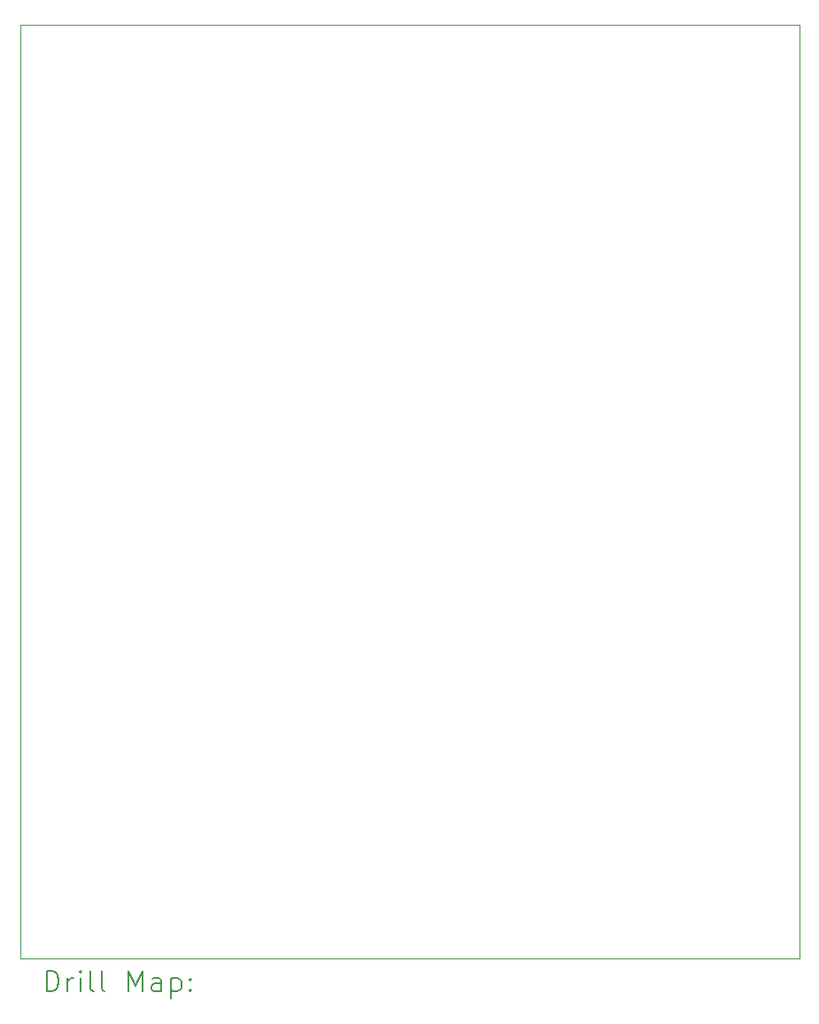
<source format=gbr>
%TF.GenerationSoftware,KiCad,Pcbnew,7.0.8*%
%TF.CreationDate,2023-11-08T10:16:31+01:00*%
%TF.ProjectId,MicroKI,4d696372-6f4b-4492-9e6b-696361645f70,rev?*%
%TF.SameCoordinates,Original*%
%TF.FileFunction,Drillmap*%
%TF.FilePolarity,Positive*%
%FSLAX45Y45*%
G04 Gerber Fmt 4.5, Leading zero omitted, Abs format (unit mm)*
G04 Created by KiCad (PCBNEW 7.0.8) date 2023-11-08 10:16:31*
%MOMM*%
%LPD*%
G01*
G04 APERTURE LIST*
%ADD10C,0.100000*%
%ADD11C,0.200000*%
G04 APERTURE END LIST*
D10*
X7322500Y-5067500D02*
X14775000Y-5067500D01*
X14775000Y-13992500D01*
X7322500Y-13992500D01*
X7322500Y-5067500D01*
D11*
X7578277Y-14308984D02*
X7578277Y-14108984D01*
X7578277Y-14108984D02*
X7625896Y-14108984D01*
X7625896Y-14108984D02*
X7654467Y-14118508D01*
X7654467Y-14118508D02*
X7673515Y-14137555D01*
X7673515Y-14137555D02*
X7683039Y-14156603D01*
X7683039Y-14156603D02*
X7692562Y-14194698D01*
X7692562Y-14194698D02*
X7692562Y-14223269D01*
X7692562Y-14223269D02*
X7683039Y-14261365D01*
X7683039Y-14261365D02*
X7673515Y-14280412D01*
X7673515Y-14280412D02*
X7654467Y-14299460D01*
X7654467Y-14299460D02*
X7625896Y-14308984D01*
X7625896Y-14308984D02*
X7578277Y-14308984D01*
X7778277Y-14308984D02*
X7778277Y-14175650D01*
X7778277Y-14213746D02*
X7787801Y-14194698D01*
X7787801Y-14194698D02*
X7797324Y-14185174D01*
X7797324Y-14185174D02*
X7816372Y-14175650D01*
X7816372Y-14175650D02*
X7835420Y-14175650D01*
X7902086Y-14308984D02*
X7902086Y-14175650D01*
X7902086Y-14108984D02*
X7892562Y-14118508D01*
X7892562Y-14118508D02*
X7902086Y-14128031D01*
X7902086Y-14128031D02*
X7911610Y-14118508D01*
X7911610Y-14118508D02*
X7902086Y-14108984D01*
X7902086Y-14108984D02*
X7902086Y-14128031D01*
X8025896Y-14308984D02*
X8006848Y-14299460D01*
X8006848Y-14299460D02*
X7997324Y-14280412D01*
X7997324Y-14280412D02*
X7997324Y-14108984D01*
X8130658Y-14308984D02*
X8111610Y-14299460D01*
X8111610Y-14299460D02*
X8102086Y-14280412D01*
X8102086Y-14280412D02*
X8102086Y-14108984D01*
X8359229Y-14308984D02*
X8359229Y-14108984D01*
X8359229Y-14108984D02*
X8425896Y-14251841D01*
X8425896Y-14251841D02*
X8492563Y-14108984D01*
X8492563Y-14108984D02*
X8492563Y-14308984D01*
X8673515Y-14308984D02*
X8673515Y-14204222D01*
X8673515Y-14204222D02*
X8663991Y-14185174D01*
X8663991Y-14185174D02*
X8644944Y-14175650D01*
X8644944Y-14175650D02*
X8606848Y-14175650D01*
X8606848Y-14175650D02*
X8587801Y-14185174D01*
X8673515Y-14299460D02*
X8654467Y-14308984D01*
X8654467Y-14308984D02*
X8606848Y-14308984D01*
X8606848Y-14308984D02*
X8587801Y-14299460D01*
X8587801Y-14299460D02*
X8578277Y-14280412D01*
X8578277Y-14280412D02*
X8578277Y-14261365D01*
X8578277Y-14261365D02*
X8587801Y-14242317D01*
X8587801Y-14242317D02*
X8606848Y-14232793D01*
X8606848Y-14232793D02*
X8654467Y-14232793D01*
X8654467Y-14232793D02*
X8673515Y-14223269D01*
X8768753Y-14175650D02*
X8768753Y-14375650D01*
X8768753Y-14185174D02*
X8787801Y-14175650D01*
X8787801Y-14175650D02*
X8825896Y-14175650D01*
X8825896Y-14175650D02*
X8844944Y-14185174D01*
X8844944Y-14185174D02*
X8854467Y-14194698D01*
X8854467Y-14194698D02*
X8863991Y-14213746D01*
X8863991Y-14213746D02*
X8863991Y-14270888D01*
X8863991Y-14270888D02*
X8854467Y-14289936D01*
X8854467Y-14289936D02*
X8844944Y-14299460D01*
X8844944Y-14299460D02*
X8825896Y-14308984D01*
X8825896Y-14308984D02*
X8787801Y-14308984D01*
X8787801Y-14308984D02*
X8768753Y-14299460D01*
X8949705Y-14289936D02*
X8959229Y-14299460D01*
X8959229Y-14299460D02*
X8949705Y-14308984D01*
X8949705Y-14308984D02*
X8940182Y-14299460D01*
X8940182Y-14299460D02*
X8949705Y-14289936D01*
X8949705Y-14289936D02*
X8949705Y-14308984D01*
X8949705Y-14185174D02*
X8959229Y-14194698D01*
X8959229Y-14194698D02*
X8949705Y-14204222D01*
X8949705Y-14204222D02*
X8940182Y-14194698D01*
X8940182Y-14194698D02*
X8949705Y-14185174D01*
X8949705Y-14185174D02*
X8949705Y-14204222D01*
M02*

</source>
